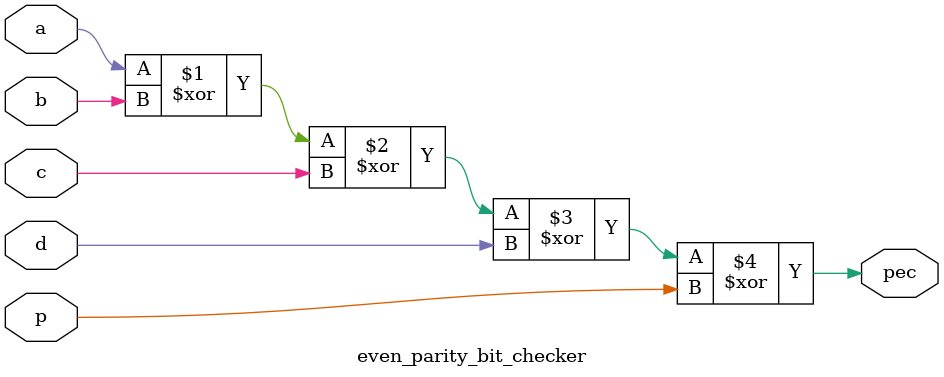
<source format=v>
`timescale 1ns / 1ps


module even_parity_bit_checker(
    input a, b, c, d, p,
    output pec
    );
    assign pec=a^b^c^d^p;
endmodule

</source>
